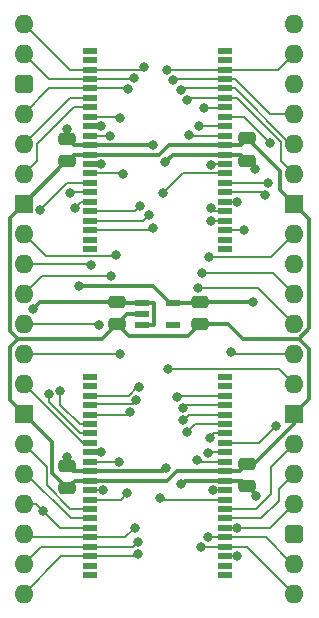
<source format=gtl>
%TF.GenerationSoftware,KiCad,Pcbnew,8.0.4*%
%TF.CreationDate,2024-09-12T10:56:32+02:00*%
%TF.ProjectId,Memory 4MB,4d656d6f-7279-4203-944d-422e6b696361,V1*%
%TF.SameCoordinates,PX525bfc0PY43d3480*%
%TF.FileFunction,Copper,L1,Top*%
%TF.FilePolarity,Positive*%
%FSLAX46Y46*%
G04 Gerber Fmt 4.6, Leading zero omitted, Abs format (unit mm)*
G04 Created by KiCad (PCBNEW 8.0.4) date 2024-09-12 10:56:32*
%MOMM*%
%LPD*%
G01*
G04 APERTURE LIST*
G04 Aperture macros list*
%AMRoundRect*
0 Rectangle with rounded corners*
0 $1 Rounding radius*
0 $2 $3 $4 $5 $6 $7 $8 $9 X,Y pos of 4 corners*
0 Add a 4 corners polygon primitive as box body*
4,1,4,$2,$3,$4,$5,$6,$7,$8,$9,$2,$3,0*
0 Add four circle primitives for the rounded corners*
1,1,$1+$1,$2,$3*
1,1,$1+$1,$4,$5*
1,1,$1+$1,$6,$7*
1,1,$1+$1,$8,$9*
0 Add four rect primitives between the rounded corners*
20,1,$1+$1,$2,$3,$4,$5,0*
20,1,$1+$1,$4,$5,$6,$7,0*
20,1,$1+$1,$6,$7,$8,$9,0*
20,1,$1+$1,$8,$9,$2,$3,0*%
G04 Aperture macros list end*
%TA.AperFunction,ComponentPad*%
%ADD10O,1.600000X1.600000*%
%TD*%
%TA.AperFunction,ComponentPad*%
%ADD11RoundRect,0.400000X-0.400000X-0.400000X0.400000X-0.400000X0.400000X0.400000X-0.400000X0.400000X0*%
%TD*%
%TA.AperFunction,ComponentPad*%
%ADD12R,1.600000X1.600000*%
%TD*%
%TA.AperFunction,SMDPad,CuDef*%
%ADD13R,1.295000X0.600000*%
%TD*%
%TA.AperFunction,SMDPad,CuDef*%
%ADD14RoundRect,0.250000X0.475000X-0.250000X0.475000X0.250000X-0.475000X0.250000X-0.475000X-0.250000X0*%
%TD*%
%TA.AperFunction,SMDPad,CuDef*%
%ADD15RoundRect,0.250000X-0.475000X0.250000X-0.475000X-0.250000X0.475000X-0.250000X0.475000X0.250000X0*%
%TD*%
%TA.AperFunction,SMDPad,CuDef*%
%ADD16R,1.150000X0.600000*%
%TD*%
%TA.AperFunction,ViaPad*%
%ADD17C,0.800000*%
%TD*%
%TA.AperFunction,Conductor*%
%ADD18C,0.200000*%
%TD*%
%TA.AperFunction,Conductor*%
%ADD19C,0.380000*%
%TD*%
G04 APERTURE END LIST*
D10*
%TO.P,J7,1,Pin_1*%
%TO.N,/A0*%
X0Y0D03*
%TO.P,J7,2,Pin_2*%
%TO.N,/A1*%
X0Y-2540000D03*
D11*
%TO.P,J7,3,Pin_3*%
%TO.N,/5V*%
X0Y-5080000D03*
D10*
%TO.P,J7,4,Pin_4*%
%TO.N,/A2*%
X0Y-7620000D03*
%TO.P,J7,5,Pin_5*%
%TO.N,/A3*%
X0Y-10160000D03*
%TO.P,J7,6,Pin_6*%
%TO.N,/A4*%
X0Y-12700000D03*
D12*
%TO.P,J7,7,Pin_7*%
%TO.N,/GND*%
X0Y-15240000D03*
D10*
%TO.P,J7,8,Pin_8*%
%TO.N,/~{Memory B}*%
X0Y-17780000D03*
%TO.P,J7,9,Pin_9*%
%TO.N,/D0*%
X0Y-20320000D03*
%TO.P,J7,10,Pin_10*%
%TO.N,/D1*%
X0Y-22860000D03*
%TO.P,J7,11,Pin_11*%
%TO.N,/D2*%
X0Y-25400000D03*
%TO.P,J7,12,Pin_12*%
%TO.N,/D3*%
X0Y-27940000D03*
%TO.P,J7,13,Pin_13*%
%TO.N,/~{Memory A}*%
X0Y-30480000D03*
D12*
%TO.P,J7,14,Pin_14*%
%TO.N,/GND*%
X0Y-33020000D03*
D10*
%TO.P,J7,15,Pin_15*%
%TO.N,/~{WD}*%
X0Y-35560000D03*
%TO.P,J7,16,Pin_16*%
%TO.N,/A5*%
X0Y-38100000D03*
%TO.P,J7,17,Pin_17*%
%TO.N,/A6*%
X0Y-40640000D03*
%TO.P,J7,18,Pin_18*%
%TO.N,/A7*%
X0Y-43180000D03*
%TO.P,J7,19,Pin_19*%
%TO.N,/A8*%
X0Y-45720000D03*
%TO.P,J7,20,Pin_20*%
%TO.N,/A9*%
X0Y-48260000D03*
%TO.P,J7,21,Pin_21*%
%TO.N,/A10*%
X22860000Y-48260000D03*
%TO.P,J7,22,Pin_22*%
%TO.N,/A11*%
X22860000Y-45720000D03*
D11*
%TO.P,J7,23,Pin_23*%
%TO.N,/5V*%
X22860000Y-43180000D03*
D10*
%TO.P,J7,24,Pin_24*%
%TO.N,/A12*%
X22860000Y-40640000D03*
%TO.P,J7,25,Pin_25*%
%TO.N,/A13*%
X22860000Y-38100000D03*
%TO.P,J7,26,Pin_26*%
%TO.N,/A14*%
X22860000Y-35560000D03*
D12*
%TO.P,J7,27,Pin_27*%
%TO.N,/GND*%
X22860000Y-33020000D03*
D10*
%TO.P,J7,28,Pin_28*%
%TO.N,/D4*%
X22860000Y-30480000D03*
%TO.P,J7,29,Pin_29*%
%TO.N,/D5*%
X22860000Y-27940000D03*
%TO.P,J7,30,Pin_30*%
%TO.N,/D6*%
X22860000Y-25400000D03*
%TO.P,J7,31,Pin_31*%
%TO.N,/D7*%
X22860000Y-22860000D03*
%TO.P,J7,32,Pin_32*%
%TO.N,/~{RD}*%
X22860000Y-20320000D03*
%TO.P,J7,33,Pin_33*%
%TO.N,/A15*%
X22860000Y-17780000D03*
D12*
%TO.P,J7,34,Pin_34*%
%TO.N,/GND*%
X22860000Y-15240000D03*
D10*
%TO.P,J7,35,Pin_35*%
%TO.N,/A16*%
X22860000Y-12700000D03*
%TO.P,J7,36,Pin_36*%
%TO.N,/A17*%
X22860000Y-10160000D03*
%TO.P,J7,37,Pin_37*%
%TO.N,/A18*%
X22860000Y-7620000D03*
%TO.P,J7,38,Pin_38*%
%TO.N,/A19*%
X22860000Y-5080000D03*
%TO.P,J7,39,Pin_39*%
%TO.N,/A20*%
X22860000Y-2540000D03*
%TO.P,J7,40,Pin_40*%
%TO.N,unconnected-(J7-Pin_40-Pad40)*%
X22860000Y0D03*
%TD*%
D13*
%TO.P,IC2,1,N.C.*%
%TO.N,unconnected-(IC2-N.C.-Pad1)*%
X5575000Y-2268000D03*
%TO.P,IC2,2,N.C.*%
%TO.N,unconnected-(IC2-N.C.-Pad2)*%
X5575000Y-3068000D03*
%TO.P,IC2,3,A0*%
%TO.N,/A0*%
X5575000Y-3868000D03*
%TO.P,IC2,4,A1*%
%TO.N,/A1*%
X5575000Y-4668000D03*
%TO.P,IC2,5,A2*%
%TO.N,/A2*%
X5575000Y-5468000D03*
%TO.P,IC2,6,A3*%
%TO.N,/A3*%
X5575000Y-6268000D03*
%TO.P,IC2,7,A4*%
%TO.N,/A4*%
X5575000Y-7068000D03*
%TO.P,IC2,8,~{CE}*%
%TO.N,/~{Memory B}*%
X5575000Y-7868000D03*
%TO.P,IC2,9,D0*%
%TO.N,/D0*%
X5575000Y-8668000D03*
%TO.P,IC2,10,D1*%
%TO.N,/D1*%
X5575000Y-9468000D03*
%TO.P,IC2,11,3V*%
%TO.N,/3.3V*%
X5575000Y-10268000D03*
%TO.P,IC2,12,GND*%
%TO.N,/GND*%
X5575000Y-11068000D03*
%TO.P,IC2,13,D2*%
%TO.N,/D2*%
X5575000Y-11868000D03*
%TO.P,IC2,14,D3*%
%TO.N,/D3*%
X5575000Y-12668000D03*
%TO.P,IC2,15,~{WE}*%
%TO.N,/~{WD}*%
X5575000Y-13468000D03*
%TO.P,IC2,16,A5*%
%TO.N,/A5*%
X5575000Y-14268000D03*
%TO.P,IC2,17,A6*%
%TO.N,/A6*%
X5575000Y-15068000D03*
%TO.P,IC2,18,A7*%
%TO.N,/A7*%
X5575000Y-15868000D03*
%TO.P,IC2,19,A8*%
%TO.N,/A8*%
X5575000Y-16668000D03*
%TO.P,IC2,20,A9*%
%TO.N,/A9*%
X5575000Y-17468000D03*
%TO.P,IC2,21,N.C.*%
%TO.N,unconnected-(IC2-N.C.-Pad21)*%
X5575000Y-18268000D03*
%TO.P,IC2,22,N.C.*%
%TO.N,unconnected-(IC2-N.C.-Pad22)*%
X5575000Y-19068000D03*
%TO.P,IC2,23,N.C.*%
%TO.N,unconnected-(IC2-N.C.-Pad23)*%
X17031000Y-19068000D03*
%TO.P,IC2,24,N.C.*%
%TO.N,unconnected-(IC2-N.C.-Pad24)*%
X17031000Y-18268000D03*
%TO.P,IC2,25,A19*%
%TO.N,/A19*%
X17031000Y-17468000D03*
%TO.P,IC2,26,A10*%
%TO.N,/A10*%
X17031000Y-16668000D03*
%TO.P,IC2,27,A11*%
%TO.N,/A11*%
X17031000Y-15868000D03*
%TO.P,IC2,28,A12*%
%TO.N,/A12*%
X17031000Y-15068000D03*
%TO.P,IC2,29,A13*%
%TO.N,/A13*%
X17031000Y-14268000D03*
%TO.P,IC2,30,A14*%
%TO.N,/A14*%
X17031000Y-13468000D03*
%TO.P,IC2,31,D4*%
%TO.N,/D4*%
X17031000Y-12668000D03*
%TO.P,IC2,32,D5*%
%TO.N,/D5*%
X17031000Y-11868000D03*
%TO.P,IC2,33,3V*%
%TO.N,/3.3V*%
X17031000Y-11068000D03*
%TO.P,IC2,34,GND*%
%TO.N,/GND*%
X17031000Y-10268000D03*
%TO.P,IC2,35,D6*%
%TO.N,/D6*%
X17031000Y-9468000D03*
%TO.P,IC2,36,D7*%
%TO.N,/D7*%
X17031000Y-8668000D03*
%TO.P,IC2,37,~{OE}*%
%TO.N,/~{RD}*%
X17031000Y-7868000D03*
%TO.P,IC2,38,A15*%
%TO.N,/A15*%
X17031000Y-7068000D03*
%TO.P,IC2,39,A16*%
%TO.N,/A16*%
X17031000Y-6268000D03*
%TO.P,IC2,40,A17*%
%TO.N,/A17*%
X17031000Y-5468000D03*
%TO.P,IC2,41,A18*%
%TO.N,/A18*%
X17031000Y-4668000D03*
%TO.P,IC2,42,A20*%
%TO.N,/A20*%
X17031000Y-3868000D03*
%TO.P,IC2,43,N.C.*%
%TO.N,unconnected-(IC2-N.C.-Pad43)*%
X17031000Y-3068000D03*
%TO.P,IC2,44,N.C.*%
%TO.N,unconnected-(IC2-N.C.-Pad44)*%
X17031000Y-2268000D03*
%TD*%
%TO.P,IC1,1,N.C.*%
%TO.N,unconnected-(IC1-N.C.-Pad1)*%
X5575000Y-29878000D03*
%TO.P,IC1,2,N.C.*%
%TO.N,unconnected-(IC1-N.C.-Pad2)*%
X5575000Y-30678000D03*
%TO.P,IC1,3,A0*%
%TO.N,/A0*%
X5575000Y-31478000D03*
%TO.P,IC1,4,A1*%
%TO.N,/A1*%
X5575000Y-32278000D03*
%TO.P,IC1,5,A2*%
%TO.N,/A2*%
X5575000Y-33078000D03*
%TO.P,IC1,6,A3*%
%TO.N,/A3*%
X5575000Y-33878000D03*
%TO.P,IC1,7,A4*%
%TO.N,/A4*%
X5575000Y-34678000D03*
%TO.P,IC1,8,~{CE}*%
%TO.N,/~{Memory A}*%
X5575000Y-35478000D03*
%TO.P,IC1,9,D0*%
%TO.N,/D0*%
X5575000Y-36278000D03*
%TO.P,IC1,10,D1*%
%TO.N,/D1*%
X5575000Y-37078000D03*
%TO.P,IC1,11,3V*%
%TO.N,/3.3V*%
X5575000Y-37878000D03*
%TO.P,IC1,12,GND*%
%TO.N,/GND*%
X5575000Y-38678000D03*
%TO.P,IC1,13,D2*%
%TO.N,/D2*%
X5575000Y-39478000D03*
%TO.P,IC1,14,D3*%
%TO.N,/D3*%
X5575000Y-40278000D03*
%TO.P,IC1,15,~{WE}*%
%TO.N,/~{WD}*%
X5575000Y-41078000D03*
%TO.P,IC1,16,A5*%
%TO.N,/A5*%
X5575000Y-41878000D03*
%TO.P,IC1,17,A6*%
%TO.N,/A6*%
X5575000Y-42678000D03*
%TO.P,IC1,18,A7*%
%TO.N,/A7*%
X5575000Y-43478000D03*
%TO.P,IC1,19,A8*%
%TO.N,/A8*%
X5575000Y-44278000D03*
%TO.P,IC1,20,A9*%
%TO.N,/A9*%
X5575000Y-45078000D03*
%TO.P,IC1,21,N.C.*%
%TO.N,unconnected-(IC1-N.C.-Pad21)*%
X5575000Y-45878000D03*
%TO.P,IC1,22,N.C.*%
%TO.N,unconnected-(IC1-N.C.-Pad22)*%
X5575000Y-46678000D03*
%TO.P,IC1,23,N.C.*%
%TO.N,unconnected-(IC1-N.C.-Pad23)*%
X17031000Y-46678000D03*
%TO.P,IC1,24,N.C.*%
%TO.N,unconnected-(IC1-N.C.-Pad24)*%
X17031000Y-45878000D03*
%TO.P,IC1,25,A19*%
%TO.N,/A19*%
X17031000Y-45078000D03*
%TO.P,IC1,26,A10*%
%TO.N,/A10*%
X17031000Y-44278000D03*
%TO.P,IC1,27,A11*%
%TO.N,/A11*%
X17031000Y-43478000D03*
%TO.P,IC1,28,A12*%
%TO.N,/A12*%
X17031000Y-42678000D03*
%TO.P,IC1,29,A13*%
%TO.N,/A13*%
X17031000Y-41878000D03*
%TO.P,IC1,30,A14*%
%TO.N,/A14*%
X17031000Y-41078000D03*
%TO.P,IC1,31,D4*%
%TO.N,/D4*%
X17031000Y-40278000D03*
%TO.P,IC1,32,D5*%
%TO.N,/D5*%
X17031000Y-39478000D03*
%TO.P,IC1,33,3V*%
%TO.N,/3.3V*%
X17031000Y-38678000D03*
%TO.P,IC1,34,GND*%
%TO.N,/GND*%
X17031000Y-37878000D03*
%TO.P,IC1,35,D6*%
%TO.N,/D6*%
X17031000Y-37078000D03*
%TO.P,IC1,36,D7*%
%TO.N,/D7*%
X17031000Y-36278000D03*
%TO.P,IC1,37,~{OE}*%
%TO.N,/~{RD}*%
X17031000Y-35478000D03*
%TO.P,IC1,38,A15*%
%TO.N,/A15*%
X17031000Y-34678000D03*
%TO.P,IC1,39,A16*%
%TO.N,/A16*%
X17031000Y-33878000D03*
%TO.P,IC1,40,A17*%
%TO.N,/A17*%
X17031000Y-33078000D03*
%TO.P,IC1,41,A18*%
%TO.N,/A18*%
X17031000Y-32278000D03*
%TO.P,IC1,42,A20*%
%TO.N,/A20*%
X17031000Y-31478000D03*
%TO.P,IC1,43,N.C.*%
%TO.N,unconnected-(IC1-N.C.-Pad43)*%
X17031000Y-30678000D03*
%TO.P,IC1,44,N.C.*%
%TO.N,unconnected-(IC1-N.C.-Pad44)*%
X17031000Y-29878000D03*
%TD*%
D14*
%TO.P,C15,2*%
%TO.N,/GND*%
X18923000Y-37261000D03*
%TO.P,C15,1*%
%TO.N,/3.3V*%
X18923000Y-39161000D03*
%TD*%
D15*
%TO.P,C14,1*%
%TO.N,/3.3V*%
X3683000Y-37420000D03*
%TO.P,C14,2*%
%TO.N,/GND*%
X3683000Y-39320000D03*
%TD*%
D14*
%TO.P,C13,1*%
%TO.N,/3.3V*%
X18923000Y-11602000D03*
%TO.P,C13,2*%
%TO.N,/GND*%
X18923000Y-9702000D03*
%TD*%
D15*
%TO.P,C12,1*%
%TO.N,/3.3V*%
X3683000Y-9734000D03*
%TO.P,C12,2*%
%TO.N,/GND*%
X3683000Y-11634000D03*
%TD*%
%TO.P,C42,1*%
%TO.N,/3.3V*%
X14889000Y-23516000D03*
%TO.P,C42,2*%
%TO.N,/GND*%
X14889000Y-25416000D03*
%TD*%
D16*
%TO.P,IC36,1,6VIn*%
%TO.N,/5V*%
X10033000Y-23627000D03*
%TO.P,IC36,2,GND*%
%TO.N,/GND*%
X10033000Y-24577000D03*
%TO.P,IC36,3,EN*%
%TO.N,/5V*%
X10033000Y-25527000D03*
%TO.P,IC36,4,ADJ*%
%TO.N,unconnected-(IC36-ADJ-Pad4)*%
X12633000Y-25527000D03*
%TO.P,IC36,5,3.3VOut*%
%TO.N,/3.3V*%
X12633000Y-23627000D03*
%TD*%
D15*
%TO.P,C41,1*%
%TO.N,/5V*%
X7904000Y-23516000D03*
%TO.P,C41,2*%
%TO.N,/GND*%
X7904000Y-25416000D03*
%TD*%
D17*
%TO.N,/3.3V*%
X12065000Y-37592000D03*
X13334999Y-38989001D03*
X10901417Y-10268000D03*
X11982226Y-11729529D03*
%TO.N,/A9*%
X10922000Y-17272000D03*
%TO.N,/A8*%
X10579427Y-16205848D03*
%TO.N,/A7*%
X9857833Y-15443085D03*
X9398000Y-42672000D03*
%TO.N,/A9*%
X9696472Y-44895519D03*
%TO.N,/A8*%
X9692914Y-43855914D03*
%TO.N,/A5*%
X3937000Y-14351000D03*
%TO.N,/~{WD}*%
X1400002Y-15748000D03*
%TO.N,/D2*%
X6554164Y-11868000D03*
%TO.N,/A2*%
X9017000Y-32893000D03*
X8775000Y-5547956D03*
%TO.N,/A1*%
X9283000Y-4591066D03*
X9525000Y-31877000D03*
%TO.N,/D1*%
X8054164Y-37083997D03*
X7263298Y-9455761D03*
X7366000Y-21336000D03*
%TO.N,/D0*%
X6554164Y-36278001D03*
%TO.N,/D3*%
X8382000Y-12700000D03*
X8763000Y-39751000D03*
X8140000Y-27940000D03*
%TO.N,/A3*%
X3094513Y-31115000D03*
%TO.N,/A4*%
X2119461Y-31369000D03*
%TO.N,/A6*%
X4294000Y-15621000D03*
X1651000Y-41275000D03*
%TO.N,/A11*%
X15621000Y-43434000D03*
%TO.N,/~{RD}*%
X20859372Y-10128628D03*
X21355000Y-34036000D03*
%TO.N,/A11*%
X15813768Y-15556168D03*
%TO.N,/A14*%
X20701000Y-13462000D03*
%TO.N,/A13*%
X20398000Y-14471603D03*
%TO.N,/A10*%
X15850000Y-16722831D03*
X14986000Y-44323000D03*
%TO.N,/D5*%
X16051836Y-39478000D03*
X17531500Y-27807500D03*
X15875000Y-11938000D03*
%TO.N,/D2*%
X6379000Y-25526405D03*
X6730999Y-39509000D03*
%TO.N,/D7*%
X15621000Y-36322000D03*
%TO.N,/A12*%
X18034000Y-15068000D03*
X18034000Y-42672000D03*
%TO.N,/5V*%
X750426Y-24130000D03*
%TO.N,/A0*%
X9779000Y-30734000D03*
X10151417Y-3628478D03*
%TO.N,/3.3V*%
X3683000Y-36703000D03*
X3683000Y-8890000D03*
%TO.N,/~{Memory B}*%
X8128000Y-8001000D03*
X7788790Y-19599790D03*
%TO.N,/D0*%
X5715000Y-20418014D03*
%TO.N,/3.3V*%
X4687000Y-22192103D03*
X19673000Y-40018749D03*
X19431009Y-23580584D03*
X19558000Y-12319000D03*
%TO.N,/D4*%
X11811000Y-14351000D03*
%TO.N,/A16*%
X13843000Y-34544000D03*
X13843000Y-6477000D03*
%TO.N,/A17*%
X13496458Y-33521603D03*
X13335000Y-5588000D03*
%TO.N,/A18*%
X13462000Y-32512000D03*
X12662805Y-4781366D03*
%TO.N,/A20*%
X12941997Y-31595178D03*
X12099003Y-3937000D03*
%TO.N,/D4*%
X11539813Y-40170943D03*
X12191997Y-29210006D03*
%TO.N,/A19*%
X18034000Y-45085000D03*
%TO.N,/D6*%
X14620346Y-36904436D03*
X14732000Y-22400037D03*
X13970000Y-9398000D03*
%TO.N,/D7*%
X15050000Y-21082000D03*
X14859000Y-8668000D03*
%TO.N,/A15*%
X15742619Y-35044263D03*
X15659386Y-19727831D03*
X15240000Y-7112000D03*
%TO.N,/A19*%
X18676000Y-17468000D03*
%TO.N,/D0*%
X6554164Y-8668000D03*
%TD*%
D18*
%TO.N,/A13*%
X21590000Y-40386000D02*
X20098000Y-41878000D01*
X21590000Y-39370000D02*
X21590000Y-40386000D01*
X20098000Y-41878000D02*
X17031000Y-41878000D01*
X22860000Y-38100000D02*
X21590000Y-39370000D01*
D19*
%TO.N,/3.3V*%
X19673000Y-39911000D02*
X19673000Y-40018749D01*
X18923000Y-39161000D02*
X19673000Y-39911000D01*
D18*
%TO.N,/A14*%
X20930719Y-39775281D02*
X20930719Y-37489281D01*
X20930719Y-37489281D02*
X22860000Y-35560000D01*
X19628000Y-41078000D02*
X20930719Y-39775281D01*
X17031000Y-41078000D02*
X19628000Y-41078000D01*
D19*
%TO.N,/3.3V*%
X5575000Y-10268000D02*
X10901417Y-10268000D01*
%TO.N,/GND*%
X11455940Y-11068000D02*
X5575000Y-11068000D01*
X12255940Y-10268000D02*
X11455940Y-11068000D01*
X17031000Y-10268000D02*
X12255940Y-10268000D01*
%TO.N,/3.3V*%
X12643755Y-11068000D02*
X11982226Y-11729529D01*
X17031000Y-11068000D02*
X12643755Y-11068000D01*
D18*
%TO.N,/A1*%
X9206066Y-4668000D02*
X9283000Y-4591066D01*
X5575000Y-4668000D02*
X9206066Y-4668000D01*
D19*
%TO.N,/3.3V*%
X13646000Y-38678000D02*
X13334999Y-38989001D01*
X17031000Y-38678000D02*
X13646000Y-38678000D01*
X5575000Y-37878000D02*
X11779000Y-37878000D01*
X11779000Y-37878000D02*
X12065000Y-37592000D01*
%TO.N,/GND*%
X12954000Y-37878000D02*
X17031000Y-37878000D01*
X5575000Y-38678000D02*
X12154000Y-38678000D01*
X12154000Y-38678000D02*
X12954000Y-37878000D01*
D18*
%TO.N,/D1*%
X7251059Y-9468000D02*
X7263298Y-9455761D01*
X5575000Y-9468000D02*
X7251059Y-9468000D01*
%TO.N,/D4*%
X17031000Y-12668000D02*
X13494000Y-12668000D01*
X13494000Y-12668000D02*
X11811000Y-14351000D01*
D19*
%TO.N,/GND*%
X-1190000Y-25988000D02*
X-508000Y-26670000D01*
X-1190000Y-16430000D02*
X-1190000Y-25988000D01*
X0Y-15240000D02*
X-1190000Y-16430000D01*
D18*
%TO.N,/D1*%
X8048167Y-37078000D02*
X8054164Y-37083997D01*
X5575000Y-37078000D02*
X8048167Y-37078000D01*
%TO.N,/D3*%
X8236000Y-40278000D02*
X8763000Y-39751000D01*
X5575000Y-40278000D02*
X8236000Y-40278000D01*
%TO.N,/A2*%
X8832000Y-33078000D02*
X9017000Y-32893000D01*
X5575000Y-33078000D02*
X8832000Y-33078000D01*
%TO.N,/A1*%
X5680831Y-32172169D02*
X9229831Y-32172169D01*
X9229831Y-32172169D02*
X9525000Y-31877000D01*
%TO.N,/A0*%
X9607339Y-30734000D02*
X9779000Y-30734000D01*
X8863339Y-31478000D02*
X9607339Y-30734000D01*
X5575000Y-31478000D02*
X8863339Y-31478000D01*
%TO.N,/D3*%
X0Y-27940000D02*
X8140000Y-27940000D01*
%TO.N,/D2*%
X6252595Y-25400000D02*
X6379000Y-25526405D01*
X0Y-25400000D02*
X6252595Y-25400000D01*
%TO.N,/D0*%
X5616986Y-20320000D02*
X5715000Y-20418014D01*
X0Y-20320000D02*
X5616986Y-20320000D01*
%TO.N,/~{Memory B}*%
X7720580Y-19668000D02*
X7788790Y-19599790D01*
X1888000Y-19668000D02*
X7720580Y-19668000D01*
X0Y-17780000D02*
X1888000Y-19668000D01*
%TO.N,/A8*%
X5575000Y-44278000D02*
X9270828Y-44278000D01*
X9270828Y-44278000D02*
X9692914Y-43855914D01*
%TO.N,/A7*%
X8592000Y-43478000D02*
X9398000Y-42672000D01*
X5575000Y-43478000D02*
X8592000Y-43478000D01*
%TO.N,/A9*%
X9513991Y-45078000D02*
X9696472Y-44895519D01*
X5575000Y-45078000D02*
X9513991Y-45078000D01*
%TO.N,/A2*%
X8695044Y-5468000D02*
X8775000Y-5547956D01*
X5575000Y-5468000D02*
X8695044Y-5468000D01*
%TO.N,/~{Memory B}*%
X7995000Y-7868000D02*
X8128000Y-8001000D01*
X5575000Y-7868000D02*
X7995000Y-7868000D01*
%TO.N,/A9*%
X5575000Y-17468000D02*
X10726000Y-17468000D01*
X10726000Y-17468000D02*
X10922000Y-17272000D01*
%TO.N,/A7*%
X9432918Y-15868000D02*
X9857833Y-15443085D01*
X5575000Y-15868000D02*
X9432918Y-15868000D01*
%TO.N,/A8*%
X10117275Y-16668000D02*
X10579427Y-16205848D01*
X5575000Y-16668000D02*
X10117275Y-16668000D01*
%TO.N,/D4*%
X11646870Y-40278000D02*
X11539813Y-40170943D01*
X17031000Y-40278000D02*
X11646870Y-40278000D01*
%TO.N,/A10*%
X17031000Y-16668000D02*
X15904831Y-16668000D01*
X15904831Y-16668000D02*
X15850000Y-16722831D01*
%TO.N,/D7*%
X22860000Y-22860000D02*
X21082000Y-21082000D01*
X21082000Y-21082000D02*
X15050000Y-21082000D01*
%TO.N,/D6*%
X22860000Y-25400000D02*
X19860037Y-22400037D01*
X19860037Y-22400037D02*
X14732000Y-22400037D01*
%TO.N,/A20*%
X13059175Y-31478000D02*
X12941997Y-31595178D01*
X17031000Y-31478000D02*
X13059175Y-31478000D01*
%TO.N,/D4*%
X21590006Y-29210006D02*
X12191997Y-29210006D01*
X22860000Y-30480000D02*
X21590006Y-29210006D01*
%TO.N,/A18*%
X13696000Y-32278000D02*
X13462000Y-32512000D01*
X17031000Y-32278000D02*
X13696000Y-32278000D01*
%TO.N,/A17*%
X13940061Y-33078000D02*
X13496458Y-33521603D01*
X17031000Y-33078000D02*
X13940061Y-33078000D01*
%TO.N,/A15*%
X16108882Y-34678000D02*
X15742619Y-35044263D01*
%TO.N,/A16*%
X17031000Y-33878000D02*
X14509000Y-33878000D01*
%TO.N,/A15*%
X17031000Y-34678000D02*
X16108882Y-34678000D01*
%TO.N,/A16*%
X14509000Y-33878000D02*
X13843000Y-34544000D01*
%TO.N,/D7*%
X15665000Y-36278000D02*
X15621000Y-36322000D01*
X17031000Y-36278000D02*
X15665000Y-36278000D01*
%TO.N,/D6*%
X17031000Y-37078000D02*
X14793910Y-37078000D01*
X14793910Y-37078000D02*
X14620346Y-36904436D01*
%TO.N,/~{Memory A}*%
X0Y-30480000D02*
X4998000Y-35478000D01*
%TO.N,/A4*%
X4763686Y-34678000D02*
X2119461Y-32033775D01*
X5575000Y-34678000D02*
X4763686Y-34678000D01*
X2119461Y-32033775D02*
X2119461Y-31369000D01*
%TO.N,/~{Memory A}*%
X4998000Y-35478000D02*
X5575000Y-35478000D01*
%TO.N,/A3*%
X3094513Y-32245013D02*
X3094513Y-31115000D01*
X5575000Y-33878000D02*
X4727500Y-33878000D01*
X4727500Y-33878000D02*
X3094513Y-32245013D01*
%TO.N,/A6*%
X4847000Y-15068000D02*
X4294000Y-15621000D01*
X5575000Y-15068000D02*
X4847000Y-15068000D01*
%TO.N,/A5*%
X4020000Y-14268000D02*
X3937000Y-14351000D01*
X5575000Y-14268000D02*
X4020000Y-14268000D01*
D19*
%TO.N,/3.3V*%
X10923103Y-22192103D02*
X4687000Y-22192103D01*
X12358000Y-23627000D02*
X10923103Y-22192103D01*
%TO.N,/5V*%
X1364426Y-23516000D02*
X750426Y-24130000D01*
X7904000Y-23516000D02*
X1364426Y-23516000D01*
D18*
%TO.N,/~{WD}*%
X5575000Y-13468000D02*
X3680002Y-13468000D01*
X3680002Y-13468000D02*
X1400002Y-15748000D01*
%TO.N,/D2*%
X5575000Y-11868000D02*
X6554164Y-11868000D01*
%TO.N,/A0*%
X5575000Y-3868000D02*
X9911895Y-3868000D01*
X9911895Y-3868000D02*
X10151417Y-3628478D01*
%TO.N,/D1*%
X1524000Y-21336000D02*
X7366000Y-21336000D01*
X0Y-22860000D02*
X1524000Y-21336000D01*
%TO.N,/D0*%
X6554164Y-8668000D02*
X5575000Y-8668000D01*
X5575000Y-36278000D02*
X6554163Y-36278000D01*
X6554163Y-36278000D02*
X6554164Y-36278001D01*
%TO.N,/D2*%
X6699999Y-39478000D02*
X6730999Y-39509000D01*
X5575000Y-39478000D02*
X6699999Y-39478000D01*
%TO.N,/A6*%
X1016000Y-40640000D02*
X1651000Y-41275000D01*
X5575000Y-42678000D02*
X3054000Y-42678000D01*
%TO.N,/A5*%
X171661Y-38100000D02*
X3949661Y-41878000D01*
X3949661Y-41878000D02*
X5575000Y-41878000D01*
%TO.N,/A6*%
X0Y-40640000D02*
X1016000Y-40640000D01*
X3054000Y-42678000D02*
X1651000Y-41275000D01*
%TO.N,/~{RD}*%
X17031000Y-35478000D02*
X19913000Y-35478000D01*
X19913000Y-35478000D02*
X21355000Y-34036000D01*
D19*
%TO.N,/GND*%
X22860000Y-33877085D02*
X19476085Y-37261000D01*
X22860000Y-33020000D02*
X22860000Y-33877085D01*
X19476085Y-37261000D02*
X18923000Y-37261000D01*
D18*
%TO.N,/A19*%
X17031000Y-17468000D02*
X18676000Y-17468000D01*
%TO.N,/D5*%
X22860000Y-27940000D02*
X17664000Y-27940000D01*
X17664000Y-27940000D02*
X17531500Y-27807500D01*
D19*
%TO.N,/3.3V*%
X19366425Y-23516000D02*
X19431009Y-23580584D01*
X14889000Y-23516000D02*
X19366425Y-23516000D01*
D18*
%TO.N,/A13*%
X20194397Y-14268000D02*
X20398000Y-14471603D01*
X17031000Y-14268000D02*
X20194397Y-14268000D01*
%TO.N,/D6*%
X14040000Y-9468000D02*
X13970000Y-9398000D01*
X17031000Y-9468000D02*
X14040000Y-9468000D01*
%TO.N,/D7*%
X17031000Y-8668000D02*
X14859000Y-8668000D01*
%TO.N,/A11*%
X15665000Y-43478000D02*
X15621000Y-43434000D01*
X17031000Y-43478000D02*
X15665000Y-43478000D01*
%TO.N,/A10*%
X15031000Y-44278000D02*
X14986000Y-44323000D01*
X17031000Y-44278000D02*
X15031000Y-44278000D01*
%TO.N,/A16*%
X21760000Y-9968595D02*
X21760000Y-11600000D01*
X18059405Y-6268000D02*
X21760000Y-9968595D01*
X17031000Y-6268000D02*
X18059405Y-6268000D01*
%TO.N,/~{RD}*%
X18598744Y-7868000D02*
X20859372Y-10128628D01*
%TO.N,/A16*%
X21760000Y-11600000D02*
X22860000Y-12700000D01*
%TO.N,/~{RD}*%
X17031000Y-7868000D02*
X18598744Y-7868000D01*
%TO.N,/A11*%
X16125600Y-15868000D02*
X15813768Y-15556168D01*
X17031000Y-15868000D02*
X16125600Y-15868000D01*
%TO.N,/A14*%
X20695000Y-13468000D02*
X20701000Y-13462000D01*
X17031000Y-13468000D02*
X20695000Y-13468000D01*
D19*
%TO.N,/GND*%
X24175000Y-16555000D02*
X22860000Y-15240000D01*
X24175000Y-25767915D02*
X24175000Y-16555000D01*
X23272915Y-26670000D02*
X24175000Y-25767915D01*
D18*
%TO.N,/D5*%
X16051836Y-39478000D02*
X17031000Y-39478000D01*
X15945000Y-11868000D02*
X15875000Y-11938000D01*
X17031000Y-11868000D02*
X15945000Y-11868000D01*
D19*
%TO.N,/GND*%
X-1190000Y-31830000D02*
X0Y-33020000D01*
X-508000Y-26670000D02*
X-1190000Y-27352000D01*
X6650000Y-26670000D02*
X-508000Y-26670000D01*
X7904000Y-25416000D02*
X6650000Y-26670000D01*
X-1190000Y-27352000D02*
X-1190000Y-31830000D01*
X17288000Y-25416000D02*
X18542000Y-26670000D01*
X14889000Y-25416000D02*
X17288000Y-25416000D01*
X18542000Y-26670000D02*
X23272915Y-26670000D01*
X24130000Y-31750000D02*
X22860000Y-33020000D01*
X23272915Y-26670000D02*
X24130000Y-27527085D01*
X24130000Y-27527085D02*
X24130000Y-31750000D01*
D18*
%TO.N,/A12*%
X20822000Y-42678000D02*
X22860000Y-40640000D01*
X18034000Y-42672000D02*
X18040000Y-42678000D01*
X18040000Y-42678000D02*
X20822000Y-42678000D01*
X17031000Y-42678000D02*
X18028000Y-42678000D01*
X18028000Y-42678000D02*
X18034000Y-42672000D01*
D19*
%TO.N,/3.3V*%
X18923000Y-11602000D02*
X19558000Y-12237000D01*
X19558000Y-12237000D02*
X19558000Y-12319000D01*
D18*
%TO.N,/A19*%
X18027000Y-45078000D02*
X18034000Y-45085000D01*
X17031000Y-45078000D02*
X18027000Y-45078000D01*
%TO.N,/A12*%
X17031000Y-15068000D02*
X18034000Y-15068000D01*
%TO.N,/A20*%
X17031000Y-3868000D02*
X12168003Y-3868000D01*
X12168003Y-3868000D02*
X12099003Y-3937000D01*
D19*
%TO.N,/3.3V*%
X3683000Y-36703000D02*
X3683000Y-37420000D01*
X3683000Y-8890000D02*
X3683000Y-9734000D01*
X12633000Y-23627000D02*
X14778000Y-23627000D01*
%TO.N,/GND*%
X13889000Y-26416000D02*
X14889000Y-25416000D01*
X7904000Y-25416000D02*
X8904000Y-26416000D01*
X8904000Y-26416000D02*
X13889000Y-26416000D01*
X8743000Y-24577000D02*
X7904000Y-25416000D01*
X10033000Y-24577000D02*
X8743000Y-24577000D01*
%TO.N,/5V*%
X10033000Y-23627000D02*
X8015000Y-23627000D01*
X10988000Y-25527000D02*
X10033000Y-25527000D01*
X11049000Y-25466000D02*
X10988000Y-25527000D01*
X10988000Y-23627000D02*
X11049000Y-23688000D01*
X10033000Y-23627000D02*
X10988000Y-23627000D01*
X11049000Y-23688000D02*
X11049000Y-25466000D01*
%TO.N,/3.3V*%
X18389000Y-11068000D02*
X17031000Y-11068000D01*
X18923000Y-11602000D02*
X18389000Y-11068000D01*
%TO.N,/GND*%
X18357000Y-10268000D02*
X18923000Y-9702000D01*
X17031000Y-10268000D02*
X18357000Y-10268000D01*
D18*
%TO.N,/A16*%
X14052000Y-6268000D02*
X13843000Y-6477000D01*
X17031000Y-6268000D02*
X14052000Y-6268000D01*
%TO.N,/A15*%
X20912169Y-19727831D02*
X15659386Y-19727831D01*
X22860000Y-17780000D02*
X20912169Y-19727831D01*
%TO.N,/A17*%
X13455000Y-5468000D02*
X13335000Y-5588000D01*
X17031000Y-5468000D02*
X13455000Y-5468000D01*
%TO.N,/A18*%
X12776171Y-4668000D02*
X12662805Y-4781366D01*
X17031000Y-4668000D02*
X12776171Y-4668000D01*
%TO.N,/A11*%
X20491000Y-43478000D02*
X17031000Y-43478000D01*
X22733000Y-45720000D02*
X20491000Y-43478000D01*
%TO.N,/A10*%
X22860000Y-48260000D02*
X18878000Y-44278000D01*
X18878000Y-44278000D02*
X17031000Y-44278000D01*
%TO.N,/A15*%
X15240000Y-7112000D02*
X16987000Y-7112000D01*
D19*
%TO.N,/GND*%
X21670000Y-14050000D02*
X22860000Y-15240000D01*
X18923000Y-9702000D02*
X21670000Y-12449000D01*
X21670000Y-12449000D02*
X21670000Y-14050000D01*
D18*
%TO.N,/A17*%
X17878500Y-5468000D02*
X22570500Y-10160000D01*
X17031000Y-5468000D02*
X17878500Y-5468000D01*
%TO.N,/A18*%
X17878500Y-4668000D02*
X20830500Y-7620000D01*
X20830500Y-7620000D02*
X22860000Y-7620000D01*
X17031000Y-4668000D02*
X17878500Y-4668000D01*
%TO.N,/A20*%
X21532000Y-3868000D02*
X22860000Y-2540000D01*
X17031000Y-3868000D02*
X21532000Y-3868000D01*
D19*
%TO.N,/GND*%
X2413000Y-38050000D02*
X3683000Y-39320000D01*
X0Y-33020000D02*
X2413000Y-35433000D01*
X2413000Y-35433000D02*
X2413000Y-38050000D01*
D18*
%TO.N,/~{WD}*%
X1923000Y-39069744D02*
X3931256Y-41078000D01*
X1923000Y-37483000D02*
X1923000Y-39069744D01*
X3931256Y-41078000D02*
X5575000Y-41078000D01*
X0Y-35560000D02*
X1923000Y-37483000D01*
D19*
%TO.N,/3.3V*%
X4141000Y-37878000D02*
X5575000Y-37878000D01*
X3683000Y-37420000D02*
X4141000Y-37878000D01*
%TO.N,/GND*%
X4325000Y-38678000D02*
X5575000Y-38678000D01*
X3683000Y-39320000D02*
X4325000Y-38678000D01*
D18*
%TO.N,/A7*%
X298000Y-43478000D02*
X5575000Y-43478000D01*
%TO.N,/A8*%
X1442000Y-44278000D02*
X5575000Y-44278000D01*
X0Y-45720000D02*
X1442000Y-44278000D01*
%TO.N,/A9*%
X3182000Y-45078000D02*
X5575000Y-45078000D01*
X0Y-48260000D02*
X3182000Y-45078000D01*
%TO.N,/A4*%
X1100000Y-11600000D02*
X0Y-12700000D01*
X4235000Y-7068000D02*
X1100000Y-10203000D01*
X1100000Y-10203000D02*
X1100000Y-11600000D01*
X5575000Y-7068000D02*
X4235000Y-7068000D01*
D19*
%TO.N,/GND*%
X0Y-15240000D02*
X3606000Y-11634000D01*
X4249000Y-11068000D02*
X3683000Y-11634000D01*
X5575000Y-11068000D02*
X4249000Y-11068000D01*
%TO.N,/3.3V*%
X4217000Y-10268000D02*
X5575000Y-10268000D01*
X3683000Y-9734000D02*
X4217000Y-10268000D01*
D18*
%TO.N,/A3*%
X3892000Y-6268000D02*
X0Y-10160000D01*
X5575000Y-6268000D02*
X3892000Y-6268000D01*
%TO.N,/A2*%
X2152000Y-5468000D02*
X0Y-7620000D01*
X5575000Y-5468000D02*
X2152000Y-5468000D01*
%TO.N,/A1*%
X2128000Y-4668000D02*
X0Y-2540000D01*
X5575000Y-4668000D02*
X2128000Y-4668000D01*
%TO.N,/A0*%
X3868000Y-3868000D02*
X5575000Y-3868000D01*
X0Y0D02*
X3868000Y-3868000D01*
D19*
%TO.N,/GND*%
X18306000Y-37878000D02*
X18923000Y-37261000D01*
X17031000Y-37878000D02*
X18306000Y-37878000D01*
%TO.N,/3.3V*%
X18440000Y-38678000D02*
X17031000Y-38678000D01*
X18923000Y-39161000D02*
X18440000Y-38678000D01*
D18*
%TO.N,/D3*%
X8350000Y-12668000D02*
X8382000Y-12700000D01*
X5575000Y-12668000D02*
X8350000Y-12668000D01*
%TD*%
M02*

</source>
